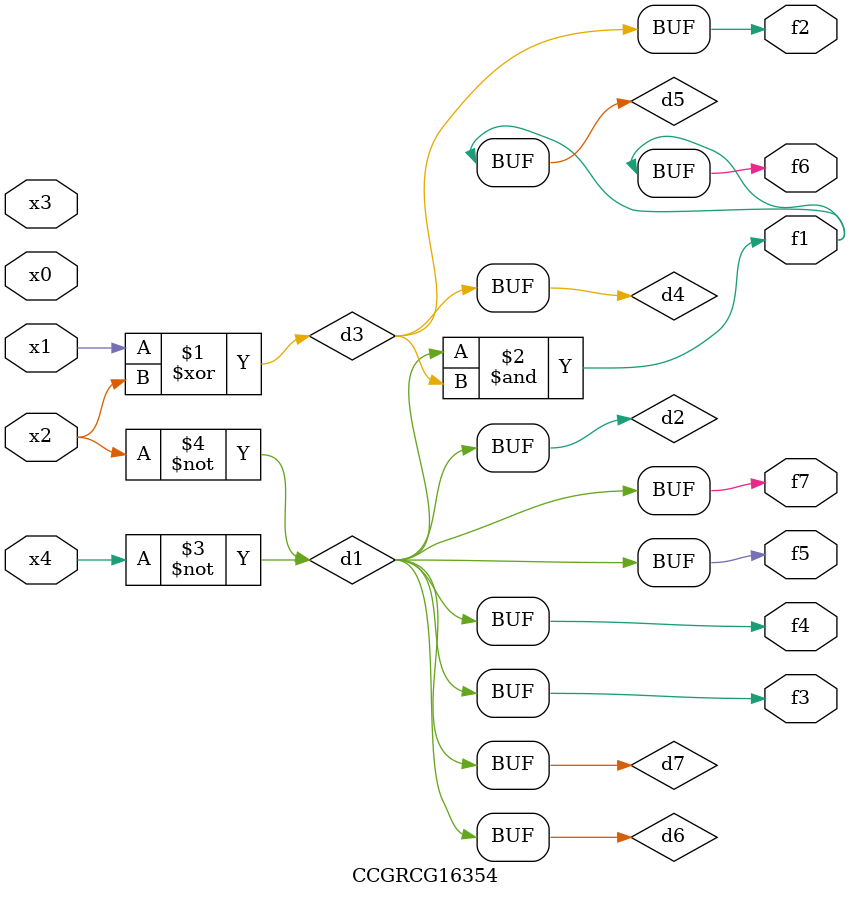
<source format=v>
module CCGRCG16354(
	input x0, x1, x2, x3, x4,
	output f1, f2, f3, f4, f5, f6, f7
);

	wire d1, d2, d3, d4, d5, d6, d7;

	not (d1, x4);
	not (d2, x2);
	xor (d3, x1, x2);
	buf (d4, d3);
	and (d5, d1, d3);
	buf (d6, d1, d2);
	buf (d7, d2);
	assign f1 = d5;
	assign f2 = d4;
	assign f3 = d7;
	assign f4 = d7;
	assign f5 = d7;
	assign f6 = d5;
	assign f7 = d7;
endmodule

</source>
